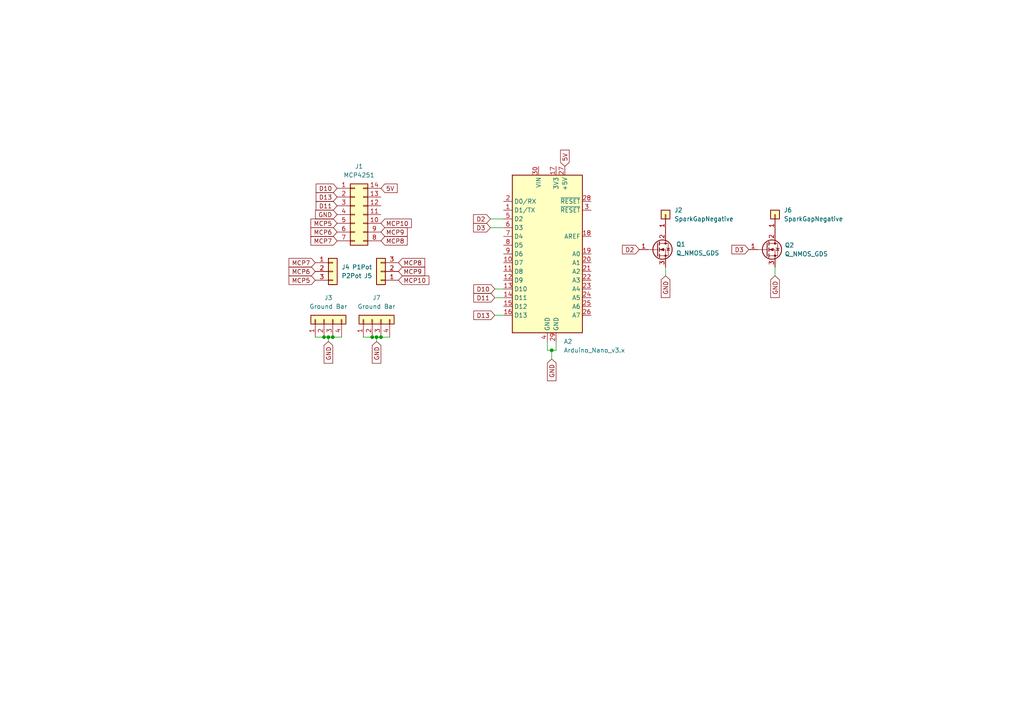
<source format=kicad_sch>
(kicad_sch (version 20231120) (generator "eeschema") (generator_version "8.0")
  (paper "A4")
  (lib_symbols
    (symbol "Connector_Generic:Conn_01x01" (pin_names (offset 1.016) hide)
      (property "Reference" "J" (at 0 2.54 0))
      (property "Value" "Conn_01x01" (at 0 -2.54 0))
      (symbol "Conn_01x01_1_1"
        (rectangle (start -1.27 0.127) (end 0 -0.127) (stroke (width 0.1524)))
        (rectangle (start -1.27 1.27) (end 1.27 -1.27) (stroke (width 0.254)) (fill (type background)))
        (pin passive line (at -5.08 0 0) (length 3.81) (name "Pin_1") (number "1"))
      )
    )
    (symbol "Connector_Generic:Conn_01x03" (pin_names (offset 1.016) hide)
      (property "Reference" "J" (at 0 5.08 0))
      (property "Value" "Conn_01x03" (at 0 -5.08 0))
      (symbol "Conn_01x03_1_1"
        (rectangle (start -1.27 -2.413) (end 0 -2.667) (stroke (width 0.1524)))
        (rectangle (start -1.27 0.127) (end 0 -0.127) (stroke (width 0.1524)))
        (rectangle (start -1.27 2.667) (end 0 2.413) (stroke (width 0.1524)))
        (rectangle (start -1.27 3.81) (end 1.27 -3.81) (stroke (width 0.254)) (fill (type background)))
        (pin passive line (at -5.08 2.54 0) (length 3.81) (name "Pin_1") (number "1"))
        (pin passive line (at -5.08 0 0) (length 3.81) (name "Pin_2") (number "2"))
        (pin passive line (at -5.08 -2.54 0) (length 3.81) (name "Pin_3") (number "3"))
      )
    )
    (symbol "Connector_Generic:Conn_01x04" (pin_names (offset 1.016) hide)
      (property "Reference" "J" (at 0 5.08 0))
      (property "Value" "Conn_01x04" (at 0 -7.62 0))
      (symbol "Conn_01x04_1_1"
        (rectangle (start -1.27 -4.953) (end 0 -5.207) (stroke (width 0.1524)))
        (rectangle (start -1.27 -2.413) (end 0 -2.667) (stroke (width 0.1524)))
        (rectangle (start -1.27 0.127) (end 0 -0.127) (stroke (width 0.1524)))
        (rectangle (start -1.27 2.667) (end 0 2.413) (stroke (width 0.1524)))
        (rectangle (start -1.27 3.81) (end 1.27 -6.35) (stroke (width 0.254)) (fill (type background)))
        (pin passive line (at -5.08 2.54 0) (length 3.81) (name "Pin_1") (number "1"))
        (pin passive line (at -5.08 0 0) (length 3.81) (name "Pin_2") (number "2"))
        (pin passive line (at -5.08 -2.54 0) (length 3.81) (name "Pin_3") (number "3"))
        (pin passive line (at -5.08 -5.08 0) (length 3.81) (name "Pin_4") (number "4"))
      )
    )
    (symbol "Connector_Generic:Conn_02x07_Counter_Clockwise" (pin_names (offset 1.016) hide)
      (property "Reference" "J" (at 1.27 10.16 0))
      (property "Value" "Conn_02x07_Counter_Clockwise" (at 1.27 -10.16 0))
      (symbol "Conn_02x07_Counter_Clockwise_1_1"
        (rectangle (start -1.27 -7.493) (end 0 -7.747) (stroke (width 0.1524)))
        (rectangle (start -1.27 -4.953) (end 0 -5.207) (stroke (width 0.1524)))
        (rectangle (start -1.27 -2.413) (end 0 -2.667) (stroke (width 0.1524)))
        (rectangle (start -1.27 0.127) (end 0 -0.127) (stroke (width 0.1524)))
        (rectangle (start -1.27 2.667) (end 0 2.413) (stroke (width 0.1524)))
        (rectangle (start -1.27 5.207) (end 0 4.953) (stroke (width 0.1524)))
        (rectangle (start -1.27 7.747) (end 0 7.493) (stroke (width 0.1524)))
        (rectangle (start -1.27 8.89) (end 3.81 -8.89) (stroke (width 0.254)) (fill (type background)))
        (rectangle (start 3.81 -7.493) (end 2.54 -7.747) (stroke (width 0.1524)))
        (rectangle (start 3.81 -4.953) (end 2.54 -5.207) (stroke (width 0.1524)))
        (rectangle (start 3.81 -2.413) (end 2.54 -2.667) (stroke (width 0.1524)))
        (rectangle (start 3.81 0.127) (end 2.54 -0.127) (stroke (width 0.1524)))
        (rectangle (start 3.81 2.667) (end 2.54 2.413) (stroke (width 0.1524)))
        (rectangle (start 3.81 5.207) (end 2.54 4.953) (stroke (width 0.1524)))
        (rectangle (start 3.81 7.747) (end 2.54 7.493) (stroke (width 0.1524)))
        (pin passive line (at -5.08 7.62 0) (length 3.81) (name "Pin_1") (number "1"))
        (pin passive line (at 7.62 -2.54 180) (length 3.81) (name "Pin_10") (number "10"))
        (pin passive line (at 7.62 0 180) (length 3.81) (name "Pin_11") (number "11"))
        (pin passive line (at 7.62 2.54 180) (length 3.81) (name "Pin_12") (number "12"))
        (pin passive line (at 7.62 5.08 180) (length 3.81) (name "Pin_13") (number "13"))
        (pin passive line (at 7.62 7.62 180) (length 3.81) (name "Pin_14") (number "14"))
        (pin passive line (at -5.08 5.08 0) (length 3.81) (name "Pin_2") (number "2"))
        (pin passive line (at -5.08 2.54 0) (length 3.81) (name "Pin_3") (number "3"))
        (pin passive line (at -5.08 0 0) (length 3.81) (name "Pin_4") (number "4"))
        (pin passive line (at -5.08 -2.54 0) (length 3.81) (name "Pin_5") (number "5"))
        (pin passive line (at -5.08 -5.08 0) (length 3.81) (name "Pin_6") (number "6"))
        (pin passive line (at -5.08 -7.62 0) (length 3.81) (name "Pin_7") (number "7"))
        (pin passive line (at 7.62 -7.62 180) (length 3.81) (name "Pin_8") (number "8"))
        (pin passive line (at 7.62 -5.08 180) (length 3.81) (name "Pin_9") (number "9"))
      )
    )
    (symbol "Device:Q_NMOS_GDS" (pin_names (offset 0) hide)
      (property "Reference" "Q" (at 5.08 1.27 0))
      (property "Value" "Q_NMOS_GDS" (at 5.08 -1.27 0))
      (symbol "Q_NMOS_GDS_0_1"
        (polyline (pts (xy 0.254 0) (xy -2.54 0)))
        (polyline (pts (xy 0.254 1.905) (xy 0.254 -1.905)) (stroke (width 0.254)))
        (polyline (pts (xy 0.762 -1.27) (xy 0.762 -2.286)) (stroke (width 0.254)))
        (polyline (pts (xy 0.762 0.508) (xy 0.762 -0.508)) (stroke (width 0.254)))
        (polyline (pts (xy 0.762 2.286) (xy 0.762 1.27)) (stroke (width 0.254)))
        (polyline (pts (xy 2.54 2.54) (xy 2.54 1.778)))
        (polyline (pts (xy 2.54 -2.54) (xy 2.54 0) (xy 0.762 0)))
        (polyline (pts (xy 0.762 -1.778) (xy 3.302 -1.778) (xy 3.302 1.778) (xy 0.762 1.778)))
        (polyline (pts (xy 1.016 0) (xy 2.032 0.381) (xy 2.032 -0.381) (xy 1.016 0)) (fill (type outline)))
        (polyline (pts (xy 2.794 0.508) (xy 2.921 0.381) (xy 3.683 0.381) (xy 3.81 0.254)))
        (polyline (pts (xy 3.302 0.381) (xy 2.921 -0.254) (xy 3.683 -0.254) (xy 3.302 0.381)))
        (circle (center 1.651 0) (radius 2.794) (stroke (width 0.254)))
        (circle (center 2.54 -1.778) (radius 0.254) (fill (type outline)))
        (circle (center 2.54 1.778) (radius 0.254) (fill (type outline)))
      )
      (symbol "Q_NMOS_GDS_1_1"
        (pin input line (at -5.08 0 0) (length 2.54) (name "G") (number "1"))
        (pin passive line (at 2.54 5.08 270) (length 2.54) (name "D") (number "2"))
        (pin passive line (at 2.54 -5.08 90) (length 2.54) (name "S") (number "3"))
      )
    )
    (symbol "MCU_Module:Arduino_Nano_v3.x"
      (property "Reference" "A" (at -10.16 23.495 0))
      (property "Value" "Arduino_Nano_v3.x" (at 5.08 -24.13 0))
      (symbol "Arduino_Nano_v3.x_0_1"
        (rectangle (start -10.16 22.86) (end 10.16 -22.86) (stroke (width 0.254)) (fill (type background)))
      )
      (symbol "Arduino_Nano_v3.x_1_1"
        (pin bidirectional line (at -12.7 12.7 0) (length 2.54) (name "D1/TX") (number "1"))
        (pin bidirectional line (at -12.7 -2.54 0) (length 2.54) (name "D7") (number "10"))
        (pin bidirectional line (at -12.7 -5.08 0) (length 2.54) (name "D8") (number "11"))
        (pin bidirectional line (at -12.7 -7.62 0) (length 2.54) (name "D9") (number "12"))
        (pin bidirectional line (at -12.7 -10.16 0) (length 2.54) (name "D10") (number "13"))
        (pin bidirectional line (at -12.7 -12.7 0) (length 2.54) (name "D11") (number "14"))
        (pin bidirectional line (at -12.7 -15.24 0) (length 2.54) (name "D12") (number "15"))
        (pin bidirectional line (at -12.7 -17.78 0) (length 2.54) (name "D13") (number "16"))
        (pin power_out line (at 2.54 25.4 270) (length 2.54) (name "3V3") (number "17"))
        (pin input line (at 12.7 5.08 180) (length 2.54) (name "AREF") (number "18"))
        (pin bidirectional line (at 12.7 0 180) (length 2.54) (name "A0") (number "19"))
        (pin bidirectional line (at -12.7 15.24 0) (length 2.54) (name "D0/RX") (number "2"))
        (pin bidirectional line (at 12.7 -2.54 180) (length 2.54) (name "A1") (number "20"))
        (pin bidirectional line (at 12.7 -5.08 180) (length 2.54) (name "A2") (number "21"))
        (pin bidirectional line (at 12.7 -7.62 180) (length 2.54) (name "A3") (number "22"))
        (pin bidirectional line (at 12.7 -10.16 180) (length 2.54) (name "A4") (number "23"))
        (pin bidirectional line (at 12.7 -12.7 180) (length 2.54) (name "A5") (number "24"))
        (pin bidirectional line (at 12.7 -15.24 180) (length 2.54) (name "A6") (number "25"))
        (pin bidirectional line (at 12.7 -17.78 180) (length 2.54) (name "A7") (number "26"))
        (pin power_out line (at 5.08 25.4 270) (length 2.54) (name "+5V") (number "27"))
        (pin input line (at 12.7 15.24 180) (length 2.54) (name "~{RESET}") (number "28"))
        (pin power_in line (at 2.54 -25.4 90) (length 2.54) (name "GND") (number "29"))
        (pin input line (at 12.7 12.7 180) (length 2.54) (name "~{RESET}") (number "3"))
        (pin power_in line (at -2.54 25.4 270) (length 2.54) (name "VIN") (number "30"))
        (pin power_in line (at 0 -25.4 90) (length 2.54) (name "GND") (number "4"))
        (pin bidirectional line (at -12.7 10.16 0) (length 2.54) (name "D2") (number "5"))
        (pin bidirectional line (at -12.7 7.62 0) (length 2.54) (name "D3") (number "6"))
        (pin bidirectional line (at -12.7 5.08 0) (length 2.54) (name "D4") (number "7"))
        (pin bidirectional line (at -12.7 2.54 0) (length 2.54) (name "D5") (number "8"))
        (pin bidirectional line (at -12.7 0 0) (length 2.54) (name "D6") (number "9"))
      )
    )
  )
  (junction (at 93.98 97.79))
  (junction (at 96.52 97.79))
  (junction (at 109.22 97.79))
  (junction (at 107.95 97.79))
  (junction (at 95.25 97.79))
  (junction (at 160.02 101.6))
  (junction (at 110.49 97.79))
  (wire (pts (xy 158.75 99.06) (xy 158.75 101.6)))
  (wire (pts (xy 109.22 99.06) (xy 109.22 97.79)))
  (wire (pts (xy 158.75 101.6) (xy 160.02 101.6)))
  (wire (pts (xy 143.51 83.82) (xy 146.05 83.82)))
  (wire (pts (xy 109.22 97.79) (xy 110.49 97.79)))
  (wire (pts (xy 160.02 101.6) (xy 161.29 101.6)))
  (wire (pts (xy 143.51 91.44) (xy 146.05 91.44)))
  (wire (pts (xy 105.41 97.79) (xy 107.95 97.79)))
  (wire (pts (xy 93.98 97.79) (xy 95.25 97.79)))
  (wire (pts (xy 193.04 77.47) (xy 193.04 80.01)))
  (wire (pts (xy 224.79 77.47) (xy 224.79 80.01)))
  (wire (pts (xy 95.25 99.06) (xy 95.25 97.79)))
  (wire (pts (xy 143.51 86.36) (xy 146.05 86.36)))
  (wire (pts (xy 96.52 97.79) (xy 99.06 97.79)))
  (wire (pts (xy 110.49 97.79) (xy 113.03 97.79)))
  (wire (pts (xy 161.29 99.06) (xy 161.29 101.6)))
  (wire (pts (xy 160.02 101.6) (xy 160.02 104.14)))
  (wire (pts (xy 142.24 66.04) (xy 146.05 66.04)))
  (wire (pts (xy 142.24 63.5) (xy 146.05 63.5)))
  (wire (pts (xy 91.44 97.79) (xy 93.98 97.79)))
  (wire (pts (xy 95.25 97.79) (xy 96.52 97.79)))
  (wire (pts (xy 107.95 97.79) (xy 109.22 97.79)))
  (global_label "MCP7" (shape input) (at 91.44 76.2 180) (property "Intersheetrefs" "${INTERSHEET_REFS}" (effects (hide yes))))
  (global_label "MCP8" (shape input) (at 110.49 69.85 0) (property "Intersheetrefs" "${INTERSHEET_REFS}" (effects (hide yes))))
  (global_label "MCP9" (shape input) (at 115.57 78.74 0) (property "Intersheetrefs" "${INTERSHEET_REFS}" (effects (hide yes))))
  (global_label "D10" (shape input) (at 97.79 54.61 180) (property "Intersheetrefs" "${INTERSHEET_REFS}" (effects (hide yes))))
  (global_label "5V" (shape input) (at 110.49 54.61 0) (property "Intersheetrefs" "${INTERSHEET_REFS}" (effects (hide yes))))
  (global_label "MCP6" (shape input) (at 91.44 78.74 180) (property "Intersheetrefs" "${INTERSHEET_REFS}" (effects (hide yes))))
  (global_label "MCP9" (shape input) (at 110.49 67.31 0) (property "Intersheetrefs" "${INTERSHEET_REFS}" (effects (hide yes))))
  (global_label "GND" (shape input) (at 95.25 99.06 270) (property "Intersheetrefs" "${INTERSHEET_REFS}" (effects (hide yes))))
  (global_label "D10" (shape input) (at 143.51 83.82 180) (property "Intersheetrefs" "${INTERSHEET_REFS}" (effects (hide yes))))
  (global_label "MCP10" (shape input) (at 110.49 64.77 0) (property "Intersheetrefs" "${INTERSHEET_REFS}" (effects (hide yes))))
  (global_label "GND" (shape input) (at 97.79 62.23 180) (property "Intersheetrefs" "${INTERSHEET_REFS}" (effects (hide yes))))
  (global_label "D3" (shape input) (at 217.17 72.39 180) (property "Intersheetrefs" "${INTERSHEET_REFS}" (effects (hide yes))))
  (global_label "D3" (shape input) (at 142.24 66.04 180) (property "Intersheetrefs" "${INTERSHEET_REFS}" (effects (hide yes))))
  (global_label "MCP5" (shape input) (at 97.79 64.77 180) (property "Intersheetrefs" "${INTERSHEET_REFS}" (effects (hide yes))))
  (global_label "D2" (shape input) (at 185.42 72.39 180) (property "Intersheetrefs" "${INTERSHEET_REFS}" (effects (hide yes))))
  (global_label "GND" (shape input) (at 160.02 104.14 270) (property "Intersheetrefs" "${INTERSHEET_REFS}" (effects (hide yes))))
  (global_label "MCP5" (shape input) (at 91.44 81.28 180) (property "Intersheetrefs" "${INTERSHEET_REFS}" (effects (hide yes))))
  (global_label "D11" (shape input) (at 143.51 86.36 180) (property "Intersheetrefs" "${INTERSHEET_REFS}" (effects (hide yes))))
  (global_label "D13" (shape input) (at 143.51 91.44 180) (property "Intersheetrefs" "${INTERSHEET_REFS}" (effects (hide yes))))
  (global_label "MCP8" (shape input) (at 115.57 76.2 0) (property "Intersheetrefs" "${INTERSHEET_REFS}" (effects (hide yes))))
  (global_label "GND" (shape input) (at 193.04 80.01 270) (property "Intersheetrefs" "${INTERSHEET_REFS}" (effects (hide yes))))
  (global_label "MCP6" (shape input) (at 97.79 67.31 180) (property "Intersheetrefs" "${INTERSHEET_REFS}" (effects (hide yes))))
  (global_label "MCP7" (shape input) (at 97.79 69.85 180) (property "Intersheetrefs" "${INTERSHEET_REFS}" (effects (hide yes))))
  (global_label "5V" (shape input) (at 163.83 48.26 90) (property "Intersheetrefs" "${INTERSHEET_REFS}" (effects (hide yes))))
  (global_label "GND" (shape input) (at 109.22 99.06 270) (property "Intersheetrefs" "${INTERSHEET_REFS}" (effects (hide yes))))
  (global_label "D11" (shape input) (at 97.79 59.69 180) (property "Intersheetrefs" "${INTERSHEET_REFS}" (effects (hide yes))))
  (global_label "D2" (shape input) (at 142.24 63.5 180) (property "Intersheetrefs" "${INTERSHEET_REFS}" (effects (hide yes))))
  (global_label "MCP10" (shape input) (at 115.57 81.28 0) (property "Intersheetrefs" "${INTERSHEET_REFS}" (effects (hide yes))))
  (global_label "D13" (shape input) (at 97.79 57.15 180) (property "Intersheetrefs" "${INTERSHEET_REFS}" (effects (hide yes))))
  (global_label "GND" (shape input) (at 224.79 80.01 270) (property "Intersheetrefs" "${INTERSHEET_REFS}" (effects (hide yes))))
  (symbol (lib_id "MCU_Module:Arduino_Nano_v3.x") (at 158.75 73.66 0) (unit 1)
    (property "Reference" "A2" (at 163.4841 99.06 0) (effects (justify left)))
    (property "Value" "Arduino_Nano_v3.x" (at 163.4841 101.6 0) (effects (justify left)))
    (property "Footprint" "Module:Arduino_Nano" (effects (hide yes)))
    (property "Datasheet" "http://www.mouser.com/pdfdocs/Gravitech_Arduino_Nano3_0.pdf" (effects (hide yes)))
    (property "Description" "Arduino Nano v3.x" (effects (hide yes)))
  )
  (symbol (lib_id "Device:Q_NMOS_GDS") (at 222.25 72.39 0) (unit 1)
    (property "Reference" "Q2" (at 227.584 71.12 0) (effects (justify left)))
    (property "Value" "Q_NMOS_GDS" (at 227.584 73.66 0) (effects (justify left)))
    (property "Footprint" "Package_TO_SOT_THT:TO-220-3_Horizontal_TabDown" (effects (hide yes)))
    (property "Description" "N-MOSFET transistor, gate/drain/source" (effects (hide yes)))
  )
  (symbol (lib_id "Device:Q_NMOS_GDS") (at 190.5 72.39 0) (unit 1)
    (property "Reference" "Q1" (at 196.088 70.866 0) (effects (justify left)))
    (property "Value" "Q_NMOS_GDS" (at 196.088 73.406 0) (effects (justify left)))
    (property "Footprint" "Package_TO_SOT_THT:TO-220-3_Horizontal_TabDown" (effects (hide yes)))
    (property "Description" "N-MOSFET transistor, gate/drain/source" (effects (hide yes)))
  )
  (symbol (lib_id "Connector_Generic:Conn_01x01") (at 193.04 62.23 90) (unit 1)
    (property "Reference" "J2" (at 195.58 60.9599 90) (effects (justify right)))
    (property "Value" "SparkGapNegative" (at 195.58 63.4999 90) (effects (justify right)))
    (property "Footprint" "Connector_PinSocket_2.54mm:PinSocket_1x01_P2.54mm_Vertical" (effects (hide yes)))
    (property "Description" "Generic connector, single row, 01x01, script generated (kicad-library-utils/schlib/autogen/connector/)" (effects (hide yes)))
  )
  (symbol (lib_id "Connector_Generic:Conn_01x03") (at 96.52 78.74 0) (unit 1)
    (property "Reference" "J4" (at 99.06 77.4699 0) (effects (justify left)))
    (property "Value" "P2Pot" (at 99.06 80.0099 0) (effects (justify left)))
    (property "Footprint" "Connector_PinHeader_2.54mm:PinHeader_1x03_P2.54mm_Horizontal" (effects (hide yes)))
    (property "Description" "Generic connector, single row, 01x03, script generated (kicad-library-utils/schlib/autogen/connector/)" (effects (hide yes)))
  )
  (symbol (lib_id "Connector_Generic:Conn_02x07_Counter_Clockwise") (at 102.87 62.23 0) (unit 1)
    (property "Reference" "J1" (at 104.14 48.26 0))
    (property "Value" "MCP4251" (at 104.14 50.8 0))
    (property "Footprint" "Package_DIP:DIP-14_W7.62mm" (effects (hide yes)))
    (property "Description" "Generic connector, double row, 02x07, counter clockwise pin numbering scheme (similar to DIP package numbering), script generated (kicad-library-utils/schlib/autogen/connector/)" (effects (hide yes)))
  )
  (symbol (lib_id "Connector_Generic:Conn_01x04") (at 107.95 92.71 90) (unit 1)
    (property "Reference" "J7" (at 109.22 86.36 90))
    (property "Value" "Ground Bar" (at 109.22 88.9 90))
    (property "Footprint" "Connector_PinSocket_2.54mm:PinSocket_1x04_P2.54mm_Vertical" (effects (hide yes)))
    (property "Description" "Generic connector, single row, 01x04, script generated (kicad-library-utils/schlib/autogen/connector/)" (effects (hide yes)))
  )
  (symbol (lib_id "Connector_Generic:Conn_01x04") (at 93.98 92.71 90) (unit 1)
    (property "Reference" "J3" (at 95.25 86.36 90))
    (property "Value" "Ground Bar" (at 95.25 88.9 90))
    (property "Footprint" "Connector_PinSocket_2.54mm:PinSocket_1x04_P2.54mm_Vertical" (effects (hide yes)))
    (property "Description" "Generic connector, single row, 01x04, script generated (kicad-library-utils/schlib/autogen/connector/)" (effects (hide yes)))
  )
  (symbol (lib_id "Connector_Generic:Conn_01x03") (at 110.49 78.74 180) (unit 1)
    (property "Reference" "J5" (at 107.95 80.0101 0) (effects (justify left)))
    (property "Value" "P1Pot" (at 107.95 77.4701 0) (effects (justify left)))
    (property "Footprint" "Connector_PinHeader_2.54mm:PinHeader_1x03_P2.54mm_Horizontal" (effects (hide yes)))
    (property "Description" "Generic connector, single row, 01x03, script generated (kicad-library-utils/schlib/autogen/connector/)" (effects (hide yes)))
  )
  (symbol (lib_id "Connector_Generic:Conn_01x01") (at 224.79 62.23 90) (unit 1)
    (property "Reference" "J6" (at 227.33 60.9599 90) (effects (justify right)))
    (property "Value" "SparkGapNegative" (at 227.33 63.4999 90) (effects (justify right)))
    (property "Footprint" "Connector_PinSocket_2.54mm:PinSocket_1x01_P2.54mm_Vertical" (effects (hide yes)))
    (property "Description" "Generic connector, single row, 01x01, script generated (kicad-library-utils/schlib/autogen/connector/)" (effects (hide yes)))
  )
)
</source>
